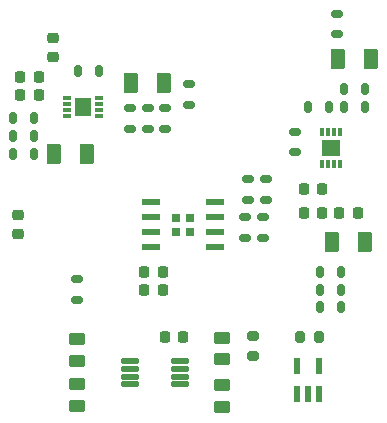
<source format=gbr>
G04 #@! TF.GenerationSoftware,KiCad,Pcbnew,7.0.2*
G04 #@! TF.CreationDate,2023-05-22T10:25:24+09:00*
G04 #@! TF.ProjectId,ATIK_LED_Board_rev01_220517,4154494b-5f4c-4454-945f-426f6172645f,rev?*
G04 #@! TF.SameCoordinates,Original*
G04 #@! TF.FileFunction,Paste,Top*
G04 #@! TF.FilePolarity,Positive*
%FSLAX46Y46*%
G04 Gerber Fmt 4.6, Leading zero omitted, Abs format (unit mm)*
G04 Created by KiCad (PCBNEW 7.0.2) date 2023-05-22 10:25:24*
%MOMM*%
%LPD*%
G01*
G04 APERTURE LIST*
G04 Aperture macros list*
%AMRoundRect*
0 Rectangle with rounded corners*
0 $1 Rounding radius*
0 $2 $3 $4 $5 $6 $7 $8 $9 X,Y pos of 4 corners*
0 Add a 4 corners polygon primitive as box body*
4,1,4,$2,$3,$4,$5,$6,$7,$8,$9,$2,$3,0*
0 Add four circle primitives for the rounded corners*
1,1,$1+$1,$2,$3*
1,1,$1+$1,$4,$5*
1,1,$1+$1,$6,$7*
1,1,$1+$1,$8,$9*
0 Add four rect primitives between the rounded corners*
20,1,$1+$1,$2,$3,$4,$5,0*
20,1,$1+$1,$4,$5,$6,$7,0*
20,1,$1+$1,$6,$7,$8,$9,0*
20,1,$1+$1,$8,$9,$2,$3,0*%
G04 Aperture macros list end*
%ADD10RoundRect,0.167500X0.307500X-0.167500X0.307500X0.167500X-0.307500X0.167500X-0.307500X-0.167500X0*%
%ADD11RoundRect,0.218750X0.218750X0.256250X-0.218750X0.256250X-0.218750X-0.256250X0.218750X-0.256250X0*%
%ADD12R,1.550000X0.600000*%
%ADD13R,0.705000X0.705000*%
%ADD14RoundRect,0.218750X0.256250X-0.218750X0.256250X0.218750X-0.256250X0.218750X-0.256250X-0.218750X0*%
%ADD15RoundRect,0.167500X-0.307500X0.167500X-0.307500X-0.167500X0.307500X-0.167500X0.307500X0.167500X0*%
%ADD16RoundRect,0.250000X-0.375000X-0.625000X0.375000X-0.625000X0.375000X0.625000X-0.375000X0.625000X0*%
%ADD17RoundRect,0.167500X0.167500X0.307500X-0.167500X0.307500X-0.167500X-0.307500X0.167500X-0.307500X0*%
%ADD18RoundRect,0.167500X-0.167500X-0.307500X0.167500X-0.307500X0.167500X0.307500X-0.167500X0.307500X0*%
%ADD19RoundRect,0.218750X-0.218750X-0.256250X0.218750X-0.256250X0.218750X0.256250X-0.218750X0.256250X0*%
%ADD20R,0.300000X0.680000*%
%ADD21R,1.560000X1.450000*%
%ADD22RoundRect,0.218750X-0.256250X0.218750X-0.256250X-0.218750X0.256250X-0.218750X0.256250X0.218750X0*%
%ADD23R,0.680000X0.300000*%
%ADD24R,1.450000X1.560000*%
%ADD25RoundRect,0.058800X-0.691200X-0.186200X0.691200X-0.186200X0.691200X0.186200X-0.691200X0.186200X0*%
%ADD26RoundRect,0.058800X0.691200X0.186200X-0.691200X0.186200X-0.691200X-0.186200X0.691200X-0.186200X0*%
%ADD27RoundRect,0.250000X0.450000X-0.262500X0.450000X0.262500X-0.450000X0.262500X-0.450000X-0.262500X0*%
%ADD28RoundRect,0.200000X0.275000X-0.200000X0.275000X0.200000X-0.275000X0.200000X-0.275000X-0.200000X0*%
%ADD29RoundRect,0.059000X-0.236000X-0.626000X0.236000X-0.626000X0.236000X0.626000X-0.236000X0.626000X0*%
%ADD30RoundRect,0.200000X0.200000X0.275000X-0.200000X0.275000X-0.200000X-0.275000X0.200000X-0.275000X0*%
%ADD31RoundRect,0.250000X-0.450000X0.262500X-0.450000X-0.262500X0.450000X-0.262500X0.450000X0.262500X0*%
%ADD32RoundRect,0.225000X0.225000X0.250000X-0.225000X0.250000X-0.225000X-0.250000X0.225000X-0.250000X0*%
G04 APERTURE END LIST*
D10*
X123000000Y-117875000D03*
X123000000Y-116125000D03*
X121500000Y-117875000D03*
X121500000Y-116125000D03*
D11*
X114287500Y-125500000D03*
X112712500Y-125500000D03*
X114287500Y-124000000D03*
X112712500Y-124000000D03*
D12*
X113300000Y-118095000D03*
X113300000Y-119365000D03*
X113300000Y-120635000D03*
X113300000Y-121905000D03*
X118700000Y-121905000D03*
X118700000Y-120635000D03*
X118700000Y-119365000D03*
X118700000Y-118095000D03*
D13*
X115412500Y-119412500D03*
X115412500Y-120587500D03*
X116587500Y-119412500D03*
X116587500Y-120587500D03*
D14*
X102000000Y-120787500D03*
X102000000Y-119212500D03*
D15*
X121250000Y-119375000D03*
X121250000Y-121125000D03*
X122750000Y-119375000D03*
X122750000Y-121125000D03*
D10*
X107000000Y-126375000D03*
X107000000Y-124625000D03*
D16*
X111600000Y-108000000D03*
X114400000Y-108000000D03*
D15*
X113000000Y-110125000D03*
X113000000Y-111875000D03*
X111500000Y-110125000D03*
X111500000Y-111875000D03*
D17*
X103375000Y-111000000D03*
X101625000Y-111000000D03*
X103375000Y-112500000D03*
X101625000Y-112500000D03*
X103375000Y-114000000D03*
X101625000Y-114000000D03*
D16*
X129100000Y-106000000D03*
X131900000Y-106000000D03*
D17*
X128375000Y-110000000D03*
X126625000Y-110000000D03*
D16*
X128600000Y-121500000D03*
X131400000Y-121500000D03*
D18*
X127625000Y-124000000D03*
X129375000Y-124000000D03*
X127625000Y-125500000D03*
X129375000Y-125500000D03*
D15*
X125500000Y-112125000D03*
X125500000Y-113875000D03*
D19*
X126212500Y-117000000D03*
X127787500Y-117000000D03*
D20*
X129280000Y-112140000D03*
X128780000Y-112140000D03*
X128280000Y-112140000D03*
X127780000Y-112140000D03*
X127780000Y-114860000D03*
X128280000Y-114860000D03*
X128780000Y-114860000D03*
X129280000Y-114860000D03*
D21*
X128500000Y-113500000D03*
D15*
X116500000Y-108125000D03*
X116500000Y-109875000D03*
X129000000Y-102125000D03*
X129000000Y-103875000D03*
X114500000Y-110125000D03*
X114500000Y-111875000D03*
D18*
X129625000Y-108500000D03*
X131375000Y-108500000D03*
X127625000Y-127000000D03*
X129375000Y-127000000D03*
D19*
X126212500Y-119000000D03*
X127787500Y-119000000D03*
X129212500Y-119000000D03*
X130787500Y-119000000D03*
D18*
X129625000Y-110000000D03*
X131375000Y-110000000D03*
D22*
X105000000Y-104212500D03*
X105000000Y-105787500D03*
D11*
X103787500Y-109000000D03*
X102212500Y-109000000D03*
D23*
X108860000Y-110780000D03*
X108860000Y-110280000D03*
X108860000Y-109780000D03*
X108860000Y-109280000D03*
X106140000Y-109280000D03*
X106140000Y-109780000D03*
X106140000Y-110280000D03*
X106140000Y-110780000D03*
D24*
X107500000Y-110000000D03*
D19*
X102212500Y-107500000D03*
X103787500Y-107500000D03*
D16*
X105100000Y-114000000D03*
X107900000Y-114000000D03*
D17*
X108875000Y-107000000D03*
X107125000Y-107000000D03*
D25*
X111512500Y-131560000D03*
X111512500Y-132210000D03*
X111512500Y-132860000D03*
X111512500Y-133510000D03*
D26*
X115722500Y-133510000D03*
X115722500Y-132860000D03*
X115722500Y-132210000D03*
X115722500Y-131560000D03*
D27*
X119280000Y-135422500D03*
X119280000Y-133597500D03*
D28*
X121920000Y-131095000D03*
X121920000Y-129445000D03*
D29*
X125630000Y-134355000D03*
X126580000Y-134355000D03*
X127530000Y-134355000D03*
X127530000Y-132005000D03*
X125630000Y-132005000D03*
D30*
X127535000Y-129520000D03*
X125885000Y-129520000D03*
D31*
X106995000Y-133522500D03*
X106995000Y-135347500D03*
D32*
X116022500Y-129535000D03*
X114472500Y-129535000D03*
D31*
X119280000Y-129577500D03*
X119280000Y-131402500D03*
X106995000Y-129710000D03*
X106995000Y-131535000D03*
M02*

</source>
